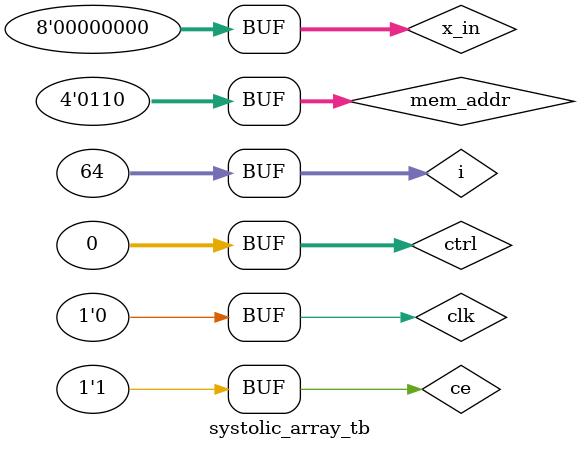
<source format=v>
`include "systolic-array.v"

module systolic_array_tb;

reg clk, ce;
reg [31:0] ctrl;
reg [3:0] mem_addr;
reg signed [7:0] x_in;
wire signed [7:0] y_out1, x_out1, y_out2, x_out2;

integer i;

systolic_array dut1
    (clk, ce, ctrl, mem_addr, x_in, x_out1, y_out1);
defparam dut1.WIDTH = 8;
defparam dut1.CELL_COUNT = 3;
defparam dut1.CELL_MEM_ADDR_WIDTH = 4;
defparam dut1.CELL_ROM_BASENAME = "build/raw-mnist-weights-int8/conv2d/cell-weight-";
defparam dut1.CELL_ROM_EXTENSION = ".mem";

systolic_array dut2
    (clk, ce, ctrl, mem_addr, x_in, x_out2, y_out2);
defparam dut2.WIDTH = 8;
defparam dut2.CELL_COUNT = 3;
defparam dut2.CELL_MEM_ADDR_WIDTH = 4;
defparam dut2.CELL_ROM_BASENAME = "build/raw-mnist-weights-int8/conv2d/cell-weight-";
defparam dut2.CELL_ROM_EXTENSION = ".mem";

initial
begin
    $dumpfile("./build/rtl-sim/vcd/systolic-array.vcd");
    $dumpvars;
end

initial
begin
    clk = 0;
    ce = 1;
    x_in = 3;
    ctrl = 0;
    mem_addr = 0;
    i = 0;
    #100;
    for (i = 0; i < 64; i = i + 1)
    begin
        case (i)
        32'd0: x_in = 0;
        32'd1: x_in = 1;
        32'd2: x_in = 0;
        32'd3: x_in = 2;
        32'd4: x_in = 5;
        32'd5: x_in = 0;
        32'd6: x_in = 0;
        32'd7: x_in = 1;
        32'd8: x_in = 2;
        32'd9: x_in = 3;
        32'd10: begin x_in = 4; mem_addr = 0; end
        32'd11: x_in = 10;
        32'd12: x_in = 11;
        32'd13: x_in = 0;
        32'd14: x_in = 0;
        32'd15: x_in = 6;
        default: x_in = 0;
        endcase
        
        mem_addr = (mem_addr + 1) % 12;
        clk = ~clk;
        #100;
        clk = ~clk;
        #100;
    end
end

endmodule


</source>
